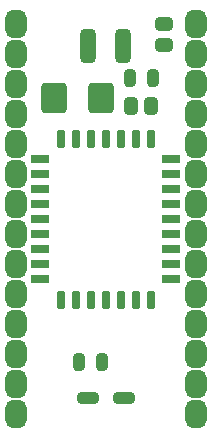
<source format=gts>
G04 #@! TF.GenerationSoftware,KiCad,Pcbnew,7.0.1-0*
G04 #@! TF.CreationDate,2023-12-28T18:54:55-05:00*
G04 #@! TF.ProjectId,GW28R8128,47573238-5238-4313-9238-2e6b69636164,rev?*
G04 #@! TF.SameCoordinates,Original*
G04 #@! TF.FileFunction,Soldermask,Top*
G04 #@! TF.FilePolarity,Negative*
%FSLAX46Y46*%
G04 Gerber Fmt 4.6, Leading zero omitted, Abs format (unit mm)*
G04 Created by KiCad (PCBNEW 7.0.1-0) date 2023-12-28 18:54:55*
%MOMM*%
%LPD*%
G01*
G04 APERTURE LIST*
G04 Aperture macros list*
%AMRoundRect*
0 Rectangle with rounded corners*
0 $1 Rounding radius*
0 $2 $3 $4 $5 $6 $7 $8 $9 X,Y pos of 4 corners*
0 Add a 4 corners polygon primitive as box body*
4,1,4,$2,$3,$4,$5,$6,$7,$8,$9,$2,$3,0*
0 Add four circle primitives for the rounded corners*
1,1,$1+$1,$2,$3*
1,1,$1+$1,$4,$5*
1,1,$1+$1,$6,$7*
1,1,$1+$1,$8,$9*
0 Add four rect primitives between the rounded corners*
20,1,$1+$1,$2,$3,$4,$5,0*
20,1,$1+$1,$4,$5,$6,$7,0*
20,1,$1+$1,$6,$7,$8,$9,0*
20,1,$1+$1,$8,$9,$2,$3,0*%
G04 Aperture macros list end*
%ADD10RoundRect,0.200000X-0.150000X-0.587500X0.150000X-0.587500X0.150000X0.587500X-0.150000X0.587500X0*%
%ADD11RoundRect,0.200000X-0.587500X-0.150000X0.587500X-0.150000X0.587500X0.150000X-0.587500X0.150000X0*%
%ADD12RoundRect,0.312500X-0.437500X0.262500X-0.437500X-0.262500X0.437500X-0.262500X0.437500X0.262500X0*%
%ADD13RoundRect,0.262500X0.212500X0.487500X-0.212500X0.487500X-0.212500X-0.487500X0.212500X-0.487500X0*%
%ADD14RoundRect,0.262500X-0.212500X-0.487500X0.212500X-0.487500X0.212500X0.487500X-0.212500X0.487500X0*%
%ADD15RoundRect,0.645000X-0.255000X-0.545000X0.255000X-0.545000X0.255000X0.545000X-0.255000X0.545000X0*%
%ADD16RoundRect,0.275000X-0.625000X-0.225000X0.625000X-0.225000X0.625000X0.225000X-0.625000X0.225000X0*%
%ADD17RoundRect,0.350000X0.300000X1.100000X-0.300000X1.100000X-0.300000X-1.100000X0.300000X-1.100000X0*%
%ADD18RoundRect,0.365000X0.735000X0.935000X-0.735000X0.935000X-0.735000X-0.935000X0.735000X-0.935000X0*%
%ADD19RoundRect,0.312500X-0.262500X-0.437500X0.262500X-0.437500X0.262500X0.437500X-0.262500X0.437500X0*%
G04 APERTURE END LIST*
D10*
X48260000Y-29992500D03*
X46990000Y-29992500D03*
X45720000Y-29992500D03*
X44450000Y-29992500D03*
D11*
X42697500Y-31750000D03*
X42697500Y-33020000D03*
X42697500Y-34290000D03*
X42697500Y-35560000D03*
X42697500Y-36830000D03*
X42697500Y-38100000D03*
X42697500Y-39370000D03*
X42697500Y-40640000D03*
X42697500Y-41910000D03*
D10*
X44450000Y-43667500D03*
X45720000Y-43667500D03*
X46990000Y-43667500D03*
X48260000Y-43667500D03*
X49530000Y-43667500D03*
X50800000Y-43667500D03*
X52070000Y-43667500D03*
D11*
X53822500Y-41910000D03*
X53822500Y-40640000D03*
X53822500Y-39370000D03*
X53822500Y-38100000D03*
X53822500Y-36830000D03*
X53822500Y-35560000D03*
X53822500Y-34290000D03*
X53822500Y-33020000D03*
X53822500Y-31750000D03*
D10*
X52070000Y-29992500D03*
X50800000Y-29992500D03*
X49530000Y-29992500D03*
D12*
X53213000Y-20320000D03*
X53213000Y-22020000D03*
D13*
X47940000Y-48895000D03*
X46040000Y-48895000D03*
D14*
X50355500Y-24892000D03*
X52255500Y-24892000D03*
D15*
X40640000Y-20320000D03*
X40640000Y-22860000D03*
X40640000Y-25400000D03*
X40640000Y-27940000D03*
X40640000Y-30480000D03*
X40640000Y-33020000D03*
X40640000Y-35560000D03*
X40640000Y-38100000D03*
X40640000Y-40640000D03*
X40640000Y-43180000D03*
X40640000Y-45720000D03*
X40640000Y-48260000D03*
X40640000Y-50800000D03*
X40640000Y-53340000D03*
X55880000Y-53340000D03*
X55880000Y-50800000D03*
X55880000Y-48260000D03*
X55880000Y-45720000D03*
X55880000Y-43180000D03*
X55880000Y-40640000D03*
X55880000Y-38100000D03*
X55880000Y-35560000D03*
X55880000Y-33020000D03*
X55880000Y-30480000D03*
X55880000Y-27940000D03*
X55880000Y-25400000D03*
X55880000Y-22860000D03*
X55880000Y-20320000D03*
D16*
X49784000Y-51943000D03*
X46736000Y-51943000D03*
D17*
X49760000Y-22161500D03*
X46760000Y-22161500D03*
D18*
X47879000Y-26543000D03*
X43879000Y-26543000D03*
D19*
X50394500Y-27241500D03*
X52094500Y-27241500D03*
M02*

</source>
